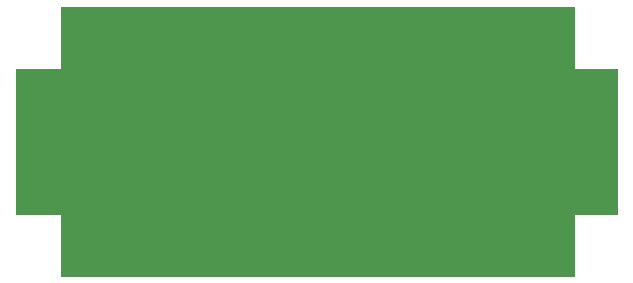
<source format=gbr>
G04 #@! TF.GenerationSoftware,KiCad,Pcbnew,(5.1.9)-1*
G04 #@! TF.CreationDate,2021-09-22T21:38:01-04:00*
G04 #@! TF.ProjectId,Transroc,5472616e-7372-46f6-932e-6b696361645f,3*
G04 #@! TF.SameCoordinates,Original*
G04 #@! TF.FileFunction,Soldermask,Top*
G04 #@! TF.FilePolarity,Negative*
%FSLAX46Y46*%
G04 Gerber Fmt 4.6, Leading zero omitted, Abs format (unit mm)*
G04 Created by KiCad (PCBNEW (5.1.9)-1) date 2021-09-22 21:38:01*
%MOMM*%
%LPD*%
G01*
G04 APERTURE LIST*
%ADD10C,0.100000*%
%ADD11C,1.524000*%
%ADD12C,1.397000*%
%ADD13C,5.334000*%
%ADD14C,7.112000*%
G04 APERTURE END LIST*
D10*
G36*
X87376000Y-36195000D02*
G01*
X91059000Y-36195000D01*
X91059000Y-48514000D01*
X87376000Y-48514000D01*
X87376000Y-53721000D01*
X43942000Y-53721000D01*
X43942000Y-48514000D01*
X40132000Y-48514000D01*
X40132000Y-36195000D01*
X43942000Y-36195000D01*
X43942000Y-30988000D01*
X87376000Y-30988000D01*
X87376000Y-36195000D01*
G37*
X87376000Y-36195000D02*
X91059000Y-36195000D01*
X91059000Y-48514000D01*
X87376000Y-48514000D01*
X87376000Y-53721000D01*
X43942000Y-53721000D01*
X43942000Y-48514000D01*
X40132000Y-48514000D01*
X40132000Y-36195000D01*
X43942000Y-36195000D01*
X43942000Y-30988000D01*
X87376000Y-30988000D01*
X87376000Y-36195000D01*
D11*
X67763355Y-51787284D03*
X61450000Y-50900000D03*
D12*
X71930195Y-50578383D03*
X68929300Y-52340280D03*
X57948846Y-36812816D03*
X60679393Y-36548428D03*
X45234081Y-44833459D03*
X46023589Y-49310986D03*
D13*
X69244200Y-42256400D03*
D12*
X49997411Y-34943732D03*
X55223000Y-32507000D03*
D14*
X82854000Y-42195000D03*
M02*

</source>
